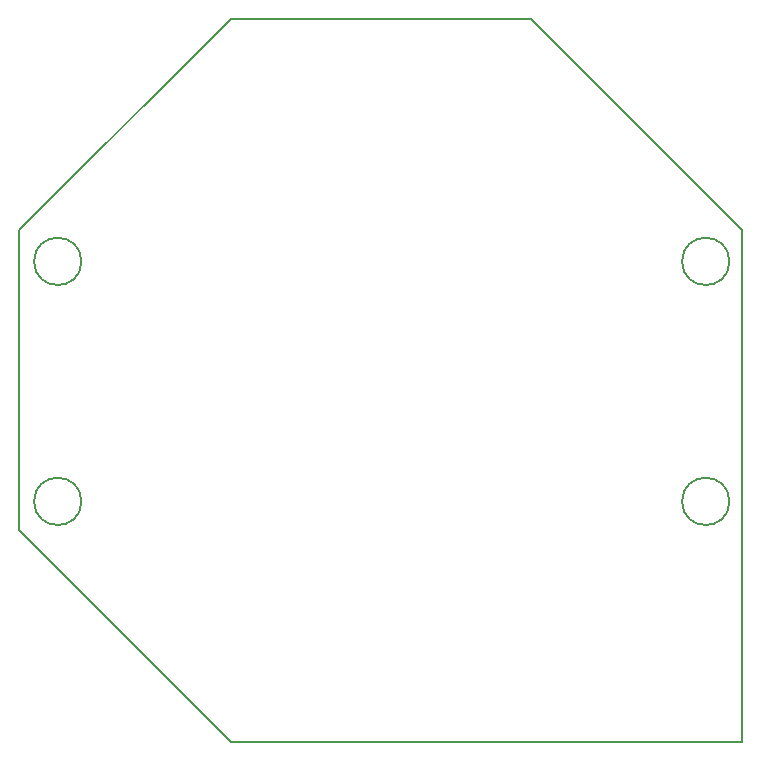
<source format=gbr>
%TF.GenerationSoftware,KiCad,Pcbnew,(5.1.9)-1*%
%TF.CreationDate,2021-05-12T23:31:49+03:00*%
%TF.ProjectId,Ganglion_01,47616e67-6c69-46f6-9e5f-30312e6b6963,01*%
%TF.SameCoordinates,PX4a1f960PY74ffa90*%
%TF.FileFunction,Profile,NP*%
%FSLAX46Y46*%
G04 Gerber Fmt 4.6, Leading zero omitted, Abs format (unit mm)*
G04 Created by KiCad (PCBNEW (5.1.9)-1) date 2021-05-12 23:31:49*
%MOMM*%
%LPD*%
G01*
G04 APERTURE LIST*
%TA.AperFunction,Profile*%
%ADD10C,0.150000*%
%TD*%
G04 APERTURE END LIST*
D10*
X17817800Y-50000D02*
X-101600Y17856200D01*
X60039000Y40640000D02*
G75*
G03*
X60039000Y40640000I-2000000J0D01*
G01*
X5175000Y20320000D02*
G75*
G03*
X5175000Y20320000I-2000000J0D01*
G01*
X5175000Y40640000D02*
G75*
G03*
X5175000Y40640000I-2000000J0D01*
G01*
X60039000Y20320000D02*
G75*
G03*
X60039000Y20320000I-2000000J0D01*
G01*
X61112400Y-50000D02*
X17817800Y-50000D01*
X61112400Y43256200D02*
X61112400Y-50000D01*
X43205400Y61163200D02*
X61112400Y43256200D01*
X17805400Y61163200D02*
X43205400Y61163200D01*
X-101600Y43256200D02*
X17805400Y61163200D01*
X-101600Y17856200D02*
X-101600Y43256200D01*
M02*

</source>
